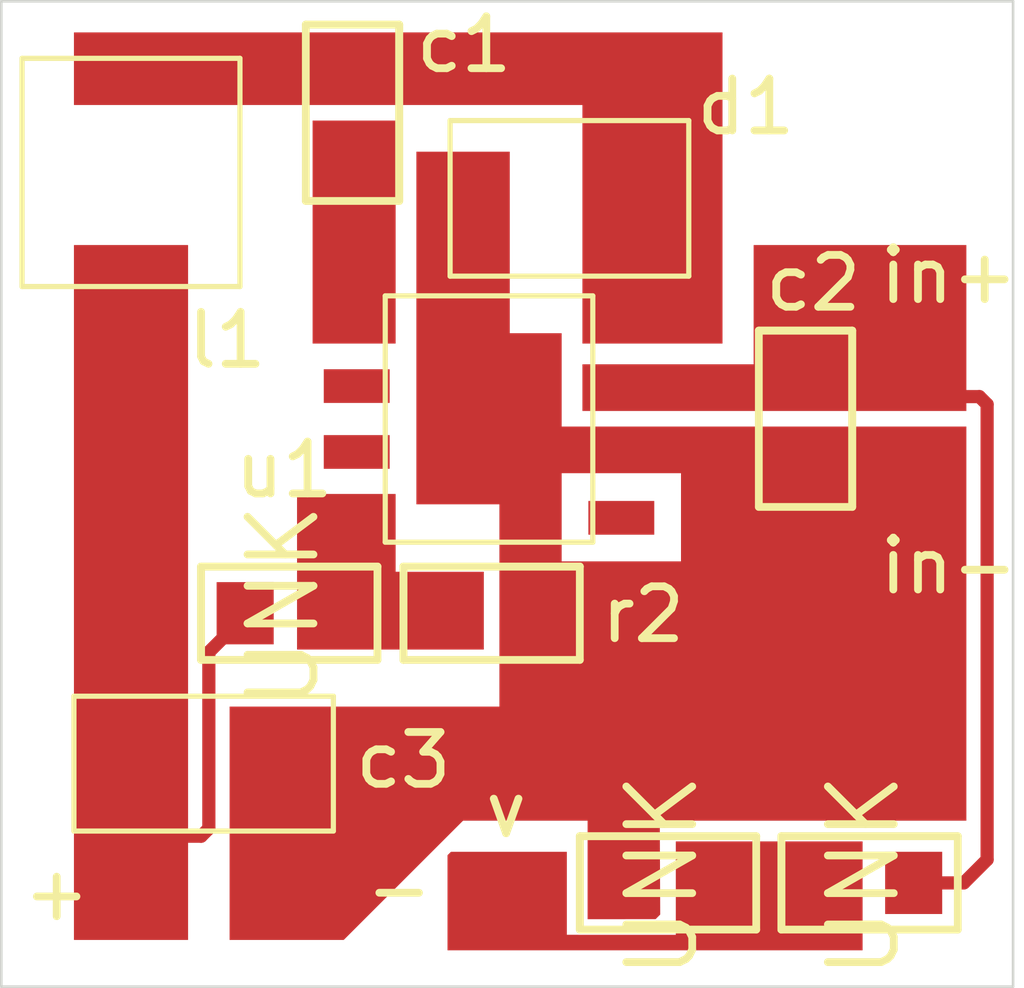
<source format=kicad_pcb>
(kicad_pcb (version 20241229) (generator "pcbnew") (generator_version "9.0")
  (layers (0 "F.Cu" signal "Top Layer") (2 "B.Cu" signal "Bottom Layer") (13 "F.Paste" user "Top Paste") (15 "B.Paste" user "Bottom Paste") (5 "F.SilkS" user "Top Overlay") (7 "B.SilkS" user "Bottom Overlay") (1 "F.Mask" user "Top Solder") (3 "B.Mask" user "Bottom Solder") (25 "Edge.Cuts" user))
  (net 0 "")
  (net 1 "boot")
  (net 2 "v")
  (net 3 "sense")
  (net 4 "in")
  (net 5 "gnd")
  (net 6 "loop")
  (net 7 "out")
  (footprint "PcbLib1:inductor" (layer "F.Cu") (at 141.3511 98.8536)
    (property "Reference" "l1" (at 1.75 3.18539 0) (layer "F.SilkS"))
    (property "Value" "Comment" (hide yes))
    (fp_line (start -2.2 -2.25) (end 2.00001 -2.25) (stroke (width 0.1)) (layer "F.SilkS"))
    (fp_line (start -2.2 2.15) (end -2.2 -2.25) (stroke (width 0.1)) (layer "F.SilkS"))
    (fp_line (start -2.2 2.15) (end 2.00001 2.15) (stroke (width 0.1)) (layer "F.SilkS"))
    (fp_line (start 2.00001 2.15) (end 2.00001 -2.25) (stroke (width 0.1)) (layer "F.SilkS"))
    (pad "7" smd rect (at -0.1 -1.95) (size 2 0.8) (layers "F.Cu" "F.Mask" "F.Paste") (net 6 "loop"))
    (pad "7" smd rect (at -0.1 1.85) (size 2 0.8) (layers "F.Cu" "F.Mask" "F.Paste") (net 7 "out"))
  )
  (footprint "PcbLib1:0603" (layer "F.Cu") (at 148.0877 107.16805 90)
    (property "Reference" "r2" (at -0.16157 3.033405 0) (layer "F.SilkS"))
    (property "Value" "Comment" (hide yes))
    (fp_line (start 0.76457 -1.58672) (end 0.76457 1.8134) (stroke (width 0.15)) (layer "F.SilkS"))
    (fp_line (start -1.03555 -1.58672) (end 0.76457 -1.58672) (stroke (width 0.15)) (layer "F.SilkS"))
    (fp_line (start -1.03555 -1.58672) (end -1.03555 1.8134) (stroke (width 0.15)) (layer "F.SilkS"))
    (fp_line (start 0.76445 -1.5866) (end 0.76445 1.8134) (stroke (width 0.15)) (layer "F.SilkS"))
    (fp_line (start -1.03555 -1.5866) (end 0.76445 -1.5866) (stroke (width 0.15)) (layer "F.SilkS"))
    (fp_line (start -1.03555 1.8134) (end 0.76457 1.8134) (stroke (width 0.15)) (layer "F.SilkS"))
    (pad "1" smd rect (at -0.13555 -0.7366 180) (size 1.1 1.2) (layers "F.Cu" "F.Mask" "F.Paste") (net 3 "sense"))
    (pad "1" smd rect (at -0.13555 0.9634 180) (size 1.1 1.2) (layers "F.Cu" "F.Mask" "F.Paste") (net 5 "gnd"))
  )
  (footprint "PcbLib1:0603" (layer "F.Cu") (at 154.38665 103.4402)
    (property "Reference" "c2" (at 0.01445 -2.50121 0) (layer "F.SilkS"))
    (property "Value" "Comment" (hide yes))
    (fp_line (start -1.03555 -1.58672) (end 0.76457 -1.58672) (stroke (width 0.15)) (layer "F.SilkS"))
    (fp_line (start -1.03555 -1.5866) (end 0.76445 -1.5866) (stroke (width 0.15)) (layer "F.SilkS"))
    (fp_line (start -1.03555 1.8134) (end -1.03555 -1.58672) (stroke (width 0.15)) (layer "F.SilkS"))
    (fp_line (start -1.03555 1.8134) (end 0.76457 1.8134) (stroke (width 0.15)) (layer "F.SilkS"))
    (fp_line (start 0.76445 1.8134) (end 0.76445 -1.5866) (stroke (width 0.15)) (layer "F.SilkS"))
    (fp_line (start 0.76457 1.8134) (end 0.76457 -1.58672) (stroke (width 0.15)) (layer "F.SilkS"))
    (pad "1" smd rect (at -0.13555 -0.7366 90) (size 1.1 1.2) (layers "F.Cu" "F.Mask" "F.Paste") (net 4 "in"))
    (pad "1" smd rect (at -0.13555 0.9634 90) (size 1.1 1.2) (layers "F.Cu" "F.Mask" "F.Paste") (net 5 "gnd"))
  )
  (footprint "PcbLib1:1206" (layer "F.Cu") (at 142.3911 110.9736)
    (property "Reference" "c3" (at 4.11 -0.83461 0) (layer "F.SilkS"))
    (property "Value" "Comment" (hide yes))
    (fp_line (start -2.24 -2.07) (end 2.76 -2.07) (stroke (width 0.1)) (layer "F.SilkS"))
    (fp_line (start -2.24 0.53) (end -2.24 -2.07) (stroke (width 0.1)) (layer "F.SilkS"))
    (fp_line (start -2.24 0.53) (end 2.76 0.53) (stroke (width 0.1)) (layer "F.SilkS"))
    (fp_line (start 2.76 0.53) (end 2.76 -2.07) (stroke (width 0.1)) (layer "F.SilkS"))
    (pad "10" smd rect (at -1.14 -0.77) (size 1.6 2) (layers "F.Cu" "F.Mask" "F.Paste") (net 7 "out"))
    (pad "10" smd rect (at 1.66 -0.77) (size 1.6 2) (layers "F.Cu" "F.Mask" "F.Paste") (net 5 "gnd"))
  )
  (footprint "" (layer "F.Cu") (at 144.2511 112.7036)
    (property "Reference" "" (at 0 0 0) (layer "F.SilkS") (effects (font (size 1.27 1.27))))
    (property "Value" "")
    (pad "2" smd rect (at 0 0) (size 2 1.5) (layers "F.Cu" "F.Mask" "F.Paste") (net 5 "gnd"))
  )
  (footprint "PcbLib1:0603" (layer "F.Cu") (at 155.37207 112.36805 90)
    (property "Reference" "UNK" (at 0 0 90) (layer "F.SilkS") (effects (font (size 1.27 1.27))))
    (property "Value" "Comment" (hide yes))
    (fp_line (start 0.76457 -1.58671) (end 0.76457 1.81341) (stroke (width 0.15)) (layer "F.SilkS"))
    (fp_line (start -1.03555 -1.58671) (end 0.76457 -1.58671) (stroke (width 0.15)) (layer "F.SilkS"))
    (fp_line (start -1.03555 -1.58671) (end -1.03555 1.81341) (stroke (width 0.15)) (layer "F.SilkS"))
    (fp_line (start 0.76445 -1.58659) (end 0.76445 1.81341) (stroke (width 0.15)) (layer "F.SilkS"))
    (fp_line (start -1.03555 -1.58659) (end 0.76445 -1.58659) (stroke (width 0.15)) (layer "F.SilkS"))
    (fp_line (start -1.03555 1.81341) (end 0.76457 1.81341) (stroke (width 0.15)) (layer "F.SilkS"))
    (pad "1" smd rect (at -0.13555 -0.73659 180) (size 1.1 1.2) (layers "F.Cu" "F.Mask" "F.Paste") (net 2 "v"))
    (pad "1" smd rect (at -0.13555 0.96341 180) (size 1.1 1.2) (layers "F.Cu" "F.Mask" "F.Paste") (net 4 "in"))
  )
  (footprint "" (layer "F.Cu") (at 156.2511 102.5036)
    (property "Reference" "" (at 0 0 0) (layer "F.SilkS") (effects (font (size 1.27 1.27))))
    (property "Value" "")
    (pad "2" smd rect (at 0 0) (size 2 1.5) (layers "F.Cu" "F.Mask" "F.Paste") (net 4 "in"))
  )
  (footprint "PcbLib1:0603" (layer "F.Cu") (at 145.65567 97.5402)
    (property "Reference" "c1" (at 2.01445 -1.20121 0) (layer "F.SilkS"))
    (property "Value" "Comment" (hide yes))
    (fp_line (start -1.03554 -1.58672) (end 0.76458 -1.58672) (stroke (width 0.15)) (layer "F.SilkS"))
    (fp_line (start -1.03554 -1.5866) (end 0.76446 -1.5866) (stroke (width 0.15)) (layer "F.SilkS"))
    (fp_line (start -1.03554 1.8134) (end -1.03554 -1.58672) (stroke (width 0.15)) (layer "F.SilkS"))
    (fp_line (start -1.03554 1.8134) (end 0.76458 1.8134) (stroke (width 0.15)) (layer "F.SilkS"))
    (fp_line (start 0.76446 1.8134) (end 0.76446 -1.5866) (stroke (width 0.15)) (layer "F.SilkS"))
    (fp_line (start 0.76458 1.8134) (end 0.76458 -1.58672) (stroke (width 0.15)) (layer "F.SilkS"))
    (pad "1" smd rect (at -0.13554 -0.7366 90) (size 1.1 1.2) (layers "F.Cu" "F.Mask" "F.Paste") (net 6 "loop"))
    (pad "1" smd rect (at -0.13554 0.9634 90) (size 1.1 1.2) (layers "F.Cu" "F.Mask" "F.Paste") (net 1 "boot"))
  )
  (footprint "" (layer "F.Cu") (at 156.2511 104.6036)
    (property "Reference" "" (at 0 0 0) (layer "F.SilkS") (effects (font (size 1.27 1.27))))
    (property "Value" "")
    (pad "2" smd rect (at 0 0) (size 2 1.5) (layers "F.Cu" "F.Mask" "F.Paste") (net 5 "gnd"))
  )
  (footprint "PcbLib1:tps5430" (layer "F.Cu") (at 146.1511 101.1836)
    (property "Reference" "u1" (at -1.95 3.35539 0) (layer "F.SilkS"))
    (property "Value" "Comment" (hide yes))
    (fp_line (start 0 0) (end 4 0) (stroke (width 0.1)) (layer "F.SilkS"))
    (fp_line (start 0 4.75) (end 0 0) (stroke (width 0.1)) (layer "F.SilkS"))
    (fp_line (start 0 4.75) (end 4 4.75) (stroke (width 0.1)) (layer "F.SilkS"))
    (fp_line (start 4 4.75) (end 4 0) (stroke (width 0.1)) (layer "F.SilkS"))
    (pad "9" smd rect (at -0.55 0.47) (size 1.27 0.65) (layers "F.Cu" "F.Mask" "F.Paste") (net 1 "boot"))
    (pad "9" smd rect (at -0.55 1.74) (size 1.27 0.65) (layers "F.Cu" "F.Mask" "F.Paste"))
    (pad "9" smd rect (at -0.55 3.01) (size 1.27 0.65) (layers "F.Cu" "F.Mask" "F.Paste"))
    (pad "9" smd rect (at -0.55 4.28) (size 1.27 0.65) (layers "F.Cu" "F.Mask" "F.Paste") (net 3 "sense"))
    (pad "9" smd rect (at 2 2.375) (size 2.6 3.1) (layers "F.Cu" "F.Mask" "F.Paste") (net 5 "gnd"))
    (pad "9" smd rect (at 4.55 0.47) (size 1.27 0.65) (layers "F.Cu" "F.Mask" "F.Paste") (net 6 "loop"))
    (pad "9" smd rect (at 4.55 1.74) (size 1.27 0.65) (layers "F.Cu" "F.Mask" "F.Paste") (net 4 "in"))
    (pad "9" smd rect (at 4.55 3.01) (size 1.27 0.65) (layers "F.Cu" "F.Mask" "F.Paste") (net 5 "gnd"))
    (pad "9" smd rect (at 4.55 4.28) (size 1.27 0.65) (layers "F.Cu" "F.Mask" "F.Paste"))
  )
  (footprint "PcbLib1:0603" (layer "F.Cu") (at 144.1877 107.16805 90)
    (property "Reference" "UNK" (at 0 0 90) (layer "F.SilkS") (effects (font (size 1.27 1.27))))
    (property "Value" "Comment" (hide yes))
    (fp_line (start 0.76457 -1.58672) (end 0.76457 1.8134) (stroke (width 0.15)) (layer "F.SilkS"))
    (fp_line (start -1.03555 -1.58672) (end 0.76457 -1.58672) (stroke (width 0.15)) (layer "F.SilkS"))
    (fp_line (start -1.03555 -1.58672) (end -1.03555 1.8134) (stroke (width 0.15)) (layer "F.SilkS"))
    (fp_line (start 0.76445 -1.5866) (end 0.76445 1.8134) (stroke (width 0.15)) (layer "F.SilkS"))
    (fp_line (start -1.03555 -1.5866) (end 0.76445 -1.5866) (stroke (width 0.15)) (layer "F.SilkS"))
    (fp_line (start -1.03555 1.8134) (end 0.76457 1.8134) (stroke (width 0.15)) (layer "F.SilkS"))
    (pad "1" smd rect (at -0.13555 -0.7366 180) (size 1.1 1.2) (layers "F.Cu" "F.Mask" "F.Paste") (net 7 "out"))
    (pad "1" smd rect (at -0.13555 0.9634 180) (size 1.1 1.2) (layers "F.Cu" "F.Mask" "F.Paste") (net 3 "sense"))
  )
  (footprint "PcbLib1:SS34" (layer "F.Cu") (at 149.6011 98.2036)
    (property "Reference" "d1" (at 3.499995 -0.66461 0) (layer "F.SilkS"))
    (property "Value" "Comment" (hide yes))
    (fp_line (start -2.2 -0.4) (end 2.40001 -0.4) (stroke (width 0.1)) (layer "F.SilkS"))
    (fp_line (start -2.2 2.6) (end -2.2 -0.4) (stroke (width 0.1)) (layer "F.SilkS"))
    (fp_line (start -2.2 2.6) (end 2.40001 2.6) (stroke (width 0.1)) (layer "F.SilkS"))
    (fp_line (start 2.40001 2.6) (end 2.40001 -0.4) (stroke (width 0.1)) (layer "F.SilkS"))
    (pad "8" smd rect (at -1.95 1.1) (size 1.6 1.6) (layers "F.Cu" "F.Mask" "F.Paste") (net 5 "gnd"))
    (pad "8" smd rect (at 2.15 1.1) (size 1.6 1.6) (layers "F.Cu" "F.Mask" "F.Paste") (net 6 "loop"))
  )
  (footprint "PcbLib1:0603" (layer "F.Cu") (at 151.4877 112.36805 90)
    (property "Reference" "UNK" (at 0 0 90) (layer "F.SilkS") (effects (font (size 1.27 1.27))))
    (property "Value" "Comment" (hide yes))
    (fp_line (start 0.76457 -1.58672) (end 0.76457 1.8134) (stroke (width 0.15)) (layer "F.SilkS"))
    (fp_line (start -1.03555 -1.58672) (end 0.76457 -1.58672) (stroke (width 0.15)) (layer "F.SilkS"))
    (fp_line (start -1.03555 -1.58672) (end -1.03555 1.8134) (stroke (width 0.15)) (layer "F.SilkS"))
    (fp_line (start 0.76445 -1.5866) (end 0.76445 1.8134) (stroke (width 0.15)) (layer "F.SilkS"))
    (fp_line (start -1.03555 -1.5866) (end 0.76445 -1.5866) (stroke (width 0.15)) (layer "F.SilkS"))
    (fp_line (start -1.03555 1.8134) (end 0.76457 1.8134) (stroke (width 0.15)) (layer "F.SilkS"))
    (pad "1" smd rect (at -0.13555 -0.7366 180) (size 1.1 1.2) (layers "F.Cu" "F.Mask" "F.Paste") (net 5 "gnd"))
    (pad "1" smd rect (at -0.13555 0.9634 180) (size 1.1 1.2) (layers "F.Cu" "F.Mask" "F.Paste") (net 2 "v"))
  )
  (footprint "" (layer "F.Cu") (at 141.2511 112.7036)
    (property "Reference" "" (at 0 0 0) (layer "F.SilkS") (effects (font (size 1.27 1.27))))
    (property "Value" "")
    (pad "2" smd rect (at 0 0) (size 2 1.5) (layers "F.Cu" "F.Mask" "F.Paste") (net 7 "out"))
  )
  (footprint "" (layer "F.Cu") (at 148.5386 112.8036)
    (property "Reference" "" (at 0 0 0) (layer "F.SilkS") (effects (font (size 1.27 1.27))))
    (property "Value" "")
    (pad "2" smd rect (at 0 0) (size 2 1.5) (layers "F.Cu" "F.Mask" "F.Paste") (net 2 "v"))
  )
  (gr_line (start 138.7511 114.5036) (end 158.2511 114.5036) (stroke (width 0.05)) (layer "Edge.Cuts"))
  (gr_line (start 138.7511 95.5036) (end 138.7511 114.5036) (stroke (width 0.05)) (layer "Edge.Cuts"))
  (gr_line (start 158.2511 114.5036) (end 158.2511 95.5036) (stroke (width 0.05)) (layer "Edge.Cuts"))
  (gr_line (start 158.2511 95.5036) (end 138.7511 95.5036) (stroke (width 0.05)) (layer "Edge.Cuts"))
  (gr_text "in-" (at 155.60588 106.9761 0) (layer "F.SilkS") (effects (font (size 1 1)) (justify left bottom)))
  (gr_text "-" (at 145.7011 113.20458 0) (layer "F.SilkS") (effects (font (size 1 1)) (justify left bottom)))
  (gr_text "in+" (at 155.60588 101.3761 0) (layer "F.SilkS") (effects (font (size 1 1)) (justify left bottom)))
  (gr_text "+" (at 139.1011 113.2761 0) (layer "F.SilkS") (effects (font (size 1 1)) (justify left bottom)))
  (gr_text "v" (at 148.0011 111.6761 0) (layer "F.SilkS") (effects (font (size 1 1)) (justify left bottom)))
  (segment (start 148.6011 112.8036) (end 149.2241 113.4266) (width 0.254) (layer "F.Cu") (net 2))
  (segment (start 148.5386 112.8036) (end 148.6011 112.8036) (width 0.254) (layer "F.Cu") (net 2))
  (segment (start 156.33548 112.5036) (end 157.30231 112.5036) (width 0.254) (layer "F.Cu") (net 4))
  (segment (start 157.60231 103.1266) (end 157.7511 103.27539) (width 0.254) (layer "F.Cu") (net 4))
  (segment (start 156.0511 102.7036) (end 156.4741 103.1266) (width 0.254) (layer "F.Cu") (net 4))
  (segment (start 157.7511 112.05481) (end 157.7511 103.27539) (width 0.254) (layer "F.Cu") (net 4))
  (segment (start 156.4741 103.1266) (end 157.60231 103.1266) (width 0.254) (layer "F.Cu") (net 4))
  (segment (start 157.30231 112.5036) (end 157.7511 112.05481) (width 0.254) (layer "F.Cu") (net 4))
  (segment (start 142.7511 111.45481) (end 142.7511 108.0536) (width 0.254) (layer "F.Cu") (net 7))
  (segment (start 142.01764 111.6036) (end 142.60231 111.6036) (width 0.254) (layer "F.Cu") (net 7))
  (segment (start 143.4511 107.3536) (end 143.4511 107.3036) (width 0.254) (layer "F.Cu") (net 7))
  (segment (start 142.7511 108.0536) (end 143.4511 107.3536) (width 0.254) (layer "F.Cu") (net 7))
  (segment (start 142.60231 111.6036) (end 142.7511 111.45481) (width 0.254) (layer "F.Cu") (net 7))
  (zone (net 3) (net_name "sense") (layer "F.Cu") (priority 2) (connect_pads (clearance 0.5)) (min_thickness 0.25) (fill yes (thermal_gap 0.254) (thermal_bridge_width 0.254))
    (polygon (pts (xy 144.4511 105.0036) (xy 144.4511 106.6036) (xy 144.4511 108.0036) (xy 148.0511 108.0036) (xy 148.0511 106.5036) (xy 146.3511 106.5036) (xy 146.3511 105.0036)))
  )
  (zone (net 2) (net_name "v") (layer "F.Cu") (connect_pads (clearance 0.5)) (min_thickness 0.25) (fill yes (thermal_gap 0.254) (thermal_bridge_width 0.254))
    (polygon (pts (xy 151.7511 111.7036) (xy 155.3511 111.7036) (xy 155.3511 113.8036) (xy 147.3511 113.8036) (xy 147.3511 111.9036) (xy 149.6511 111.9036) (xy 149.6511 113.5036) (xy 151.7511 113.5036)))
  )
  (zone (net 4) (net_name "in") (layer "F.Cu") (priority 3) (connect_pads (clearance 0.5)) (min_thickness 0.25) (fill yes (thermal_gap 0.254) (thermal_bridge_width 0.254))
    (polygon (pts (xy 149.9511 103.4036) (xy 157.3511 103.4036) (xy 157.3511 100.2036) (xy 153.2511 100.2036) (xy 153.2511 102.5036) (xy 149.9511 102.5036)))
  )
  (zone (net 5) (net_name "gnd") (layer "F.Cu") (priority 4) (connect_pads (clearance 0.5)) (min_thickness 0.25) (fill yes (thermal_gap 0.254) (thermal_bridge_width 0.254))
    (polygon (pts (xy 146.7511 98.4036) (xy 146.7511 105.2036) (xy 148.3511 105.2036) (xy 148.3511 109.1036) (xy 143.1511 109.1036) (xy 143.1511 113.6036) (xy 145.3511 113.6036) (xy 147.6511 111.3036) (xy 150.0511 111.3036) (xy 150.0511 113.2036) (xy 151.4511 113.2036) (xy 151.44231 111.3036) (xy 157.3511 111.3036) (xy 157.3511 103.7036) (xy 149.5511 103.7036) (xy 149.5511 104.6036) (xy 151.8511 104.6036) (xy 151.8511 106.3036) (xy 149.5511 106.3036) (xy 149.5511 101.9036) (xy 148.5511 101.9036) (xy 148.5511 98.4036)))
  )
  (zone (net 6) (net_name "loop") (layer "F.Cu") (priority 5) (connect_pads (clearance 0.5)) (min_thickness 0.25) (fill yes (thermal_gap 0.254) (thermal_bridge_width 0.254))
    (polygon (pts (xy 140.1511 97.5036) (xy 149.9511 97.5036) (xy 149.9511 102.1036) (xy 152.6511 102.1036) (xy 152.6511 96.1036) (xy 140.1511 96.1036)))
  )
  (zone (net 7) (net_name "out") (layer "F.Cu") (priority 6) (connect_pads (clearance 0.5)) (min_thickness 0.25) (fill yes (thermal_gap 0.254) (thermal_bridge_width 0.254))
    (polygon (pts (xy 140.1511 100.2036) (xy 140.1511 113.6036) (xy 142.3511 113.6036) (xy 142.3511 113.3036) (xy 142.3511 100.2036)))
  )
  (zone (net 1) (net_name "boot") (layer "F.Cu") (priority 1) (connect_pads (clearance 0.5)) (min_thickness 0.25) (fill yes (thermal_gap 0.254) (thermal_bridge_width 0.254))
    (polygon (pts (xy 146.3511 102.1036) (xy 146.3511 97.8036) (xy 144.7511 97.8036) (xy 144.7511 102.1036)))
  )
)
</source>
